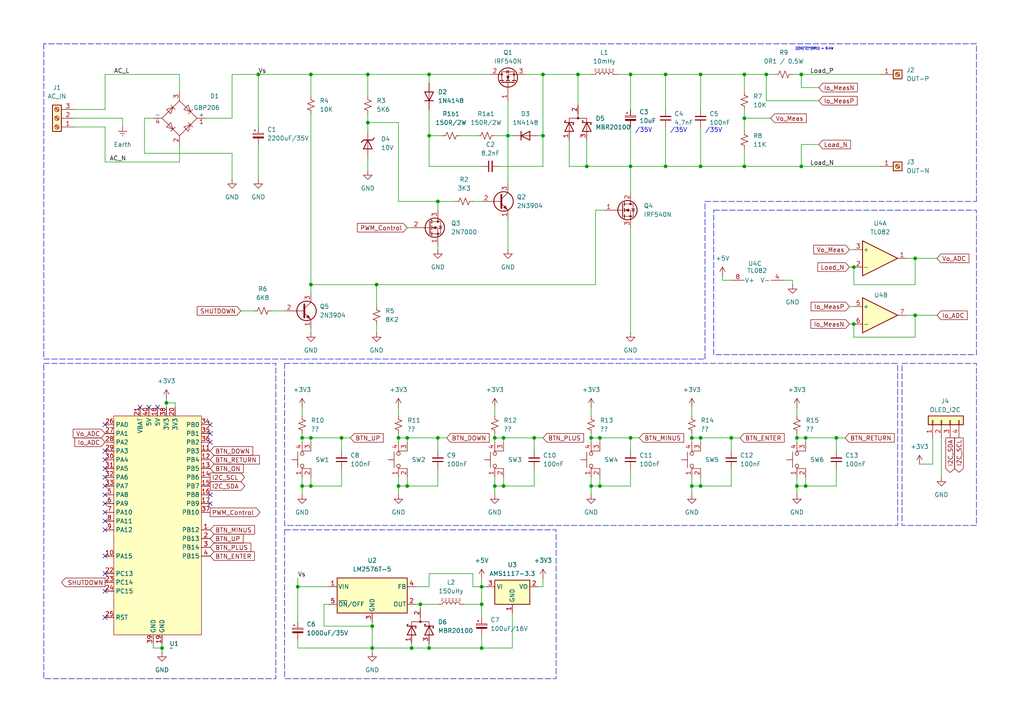
<source format=kicad_sch>
(kicad_sch (version 20250114) (generator "eeschema") (generator_version "9.0")
  (paper "A4")
  (lib_symbols
    (symbol "Amplifier_Operational:TL082" (pin_names (offset 0.127))
      (property "Reference" "U" (at 0 5.08 0))
      (property "Value" "TL082" (at 0 -5.08 0))
      (symbol "TL082_1_1"
        (pin input line (at -7.62 2.54 0) (length 2.54) (name "+") (number "3"))
        (pin input line (at -7.62 -2.54 0) (length 2.54) (name "-") (number "2"))
        (pin output line (at 7.62 0 180) (length 2.54) (name "~") (number "1"))
      )
      (symbol "TL082_2_1"
        (pin input line (at -7.62 2.54 0) (length 2.54) (name "+") (number "5"))
        (pin input line (at -7.62 -2.54 0) (length 2.54) (name "-") (number "6"))
        (pin output line (at 7.62 0 180) (length 2.54) (name "~") (number "7"))
      )
      (symbol "TL082_3_1"
        (pin power_in line (at -2.54 7.62 270) (length 3.81) (name "V+") (number "8"))
        (pin power_in line (at -2.54 -7.62 90) (length 3.81) (name "V-") (number "4"))
      )
    )
    (symbol "Connector:Screw_Terminal_01x01" (pin_names (offset 1.016) (hide yes))
      (property "Reference" "J" (at 0 2.54 0))
      (property "Value" "Screw_Terminal_01x01" (at 0 -2.54 0))
      (symbol "Screw_Terminal_01x01_1_1"
        (pin passive line (at -5.08 0 0) (length 3.81) (name "Pin_1") (number "1"))
      )
    )
    (symbol "Connector:Screw_Terminal_01x03" (pin_names (offset 1.016) (hide yes))
      (property "Reference" "J" (at 0 5.08 0))
      (property "Value" "Screw_Terminal_01x03" (at 0 -5.08 0))
      (symbol "Screw_Terminal_01x03_1_1"
        (pin passive line (at -5.08 2.54 0) (length 3.81) (name "Pin_1") (number "1"))
        (pin passive line (at -5.08 0 0) (length 3.81) (name "Pin_2") (number "2"))
        (pin passive line (at -5.08 -2.54 0) (length 3.81) (name "Pin_3") (number "3"))
      )
    )
    (symbol "Connector_Generic:Conn_01x04" (pin_names (offset 1.016) (hide yes))
      (property "Reference" "J" (at 0 5.08 0))
      (property "Value" "Conn_01x04" (at 0 -7.62 0))
      (symbol "Conn_01x04_1_1"
        (pin passive line (at -5.08 2.54 0) (length 3.81) (name "Pin_1") (number "1"))
        (pin passive line (at -5.08 0 0) (length 3.81) (name "Pin_2") (number "2"))
        (pin passive line (at -5.08 -2.54 0) (length 3.81) (name "Pin_3") (number "3"))
        (pin passive line (at -5.08 -5.08 0) (length 3.81) (name "Pin_4") (number "4"))
      )
    )
    (symbol "Device:C_Polarized_Small" (pin_numbers (hide yes)) (pin_names (offset 0.254) (hide yes))
      (property "Reference" "C" (at 0.254 1.778 0))
      (property "Value" "C_Polarized_Small" (at 0.254 -2.032 0))
      (symbol "C_Polarized_Small_1_1"
        (pin passive line (at 0 2.54 270) (length 1.8542) (name "~") (number "1"))
        (pin passive line (at 0 -2.54 90) (length 1.8542) (name "~") (number "2"))
      )
    )
    (symbol "Device:C_Small" (pin_numbers (hide yes)) (pin_names (offset 0.254) (hide yes))
      (property "Reference" "C" (at 0.254 1.778 0))
      (property "Value" "C_Small" (at 0.254 -2.032 0))
      (symbol "C_Small_1_1"
        (pin passive line (at 0 2.54 270) (length 2.032) (name "~") (number "1"))
        (pin passive line (at 0 -2.54 90) (length 2.032) (name "~") (number "2"))
      )
    )
    (symbol "Device:D_Schottky_Dual_CommonCathode_AKA_Parallel" (pin_names (offset 0.762) (hide yes))
      (property "Reference" "D" (at 0 5.08 0))
      (property "Value" "D_Schottky_Dual_CommonCathode_AKA_Parallel" (at 0 -5.08 0))
      (symbol "D_Schottky_Dual_CommonCathode_AKA_Parallel_0_1"
        (pin passive line (at -5.08 2.54 0) (length 2.54) (name "A") (number "1"))
        (pin passive line (at -5.08 -2.54 0) (length 2.54) (name "A") (number "3"))
        (pin passive line (at 5.08 0 180) (length 2.54) (name "K") (number "2"))
      )
    )
    (symbol "Device:D_Zener" (pin_numbers (hide yes)) (pin_names (offset 1.016) (hide yes))
      (property "Reference" "D2" (at -1.2701 2.54 90))
      (property "Value" "10V" (at 1.2699 2.54 90))
      (symbol "D_Zener_1_1"
        (pin passive line (at -3.81 0 0) (length 2.54) (name "K") (number "1"))
        (pin passive line (at 3.81 0 180) (length 2.54) (name "A") (number "2"))
      )
    )
    (symbol "Device:L_Ferrite" (pin_numbers (hide yes)) (pin_names (offset 1.016) (hide yes))
      (property "Reference" "L" (at -1.27 0 90))
      (property "Value" "L_Ferrite" (at 2.794 0 90))
      (symbol "L_Ferrite_1_1"
        (pin passive line (at 0 3.81 270) (length 1.27) (name "1") (number "1"))
        (pin passive line (at 0 -3.81 90) (length 1.27) (name "2") (number "2"))
      )
    )
    (symbol "Device:R_Small_US" (pin_numbers (hide yes)) (pin_names (offset 0.254) (hide yes))
      (property "Reference" "R" (at 0.762 0.508 0))
      (property "Value" "R_Small_US" (at 0.762 -1.016 0))
      (symbol "R_Small_US_1_1"
        (pin passive line (at 0 2.54 270) (length 1.016) (name "~") (number "1"))
        (pin passive line (at 0 -2.54 90) (length 1.016) (name "~") (number "2"))
      )
    )
    (symbol "Diode:1N4148" (pin_numbers (hide yes)) (pin_names (hide yes))
      (property "Reference" "D" (at 0 2.54 0))
      (property "Value" "1N4148" (at 0 -2.54 0))
      (symbol "1N4148_1_1"
        (pin passive line (at -3.81 0 0) (length 2.54) (name "K") (number "1"))
        (pin passive line (at 3.81 0 180) (length 2.54) (name "A") (number "2"))
      )
    )
    (symbol "Diode_Bridge:KBU6A" (pin_names (offset 0))
      (property "Reference" "D" (at 2.54 6.985 0))
      (property "Value" "KBU6A" (at 2.54 5.08 0))
      (symbol "KBU6A_1_1"
        (pin passive line (at -7.62 0 0) (length 2.54) (name "-") (number "4"))
        (pin passive line (at 0 7.62 270) (length 2.54) (name "~") (number "3"))
        (pin passive line (at 0 -7.62 90) (length 2.54) (name "~") (number "2"))
        (pin passive line (at 7.62 0 180) (length 2.54) (name "+") (number "1"))
      )
    )
    (symbol "Project_Library:STM32BlackPill"
      (property "Reference" "U" (at 0 0 0))
      (symbol "STM32BlackPill_1_1"
        (pin bidirectional line (at -15.24 22.86 0) (length 2.54) (name "PA0") (number "26"))
        (pin bidirectional line (at -15.24 20.32 0) (length 2.54) (name "PA1") (number "27"))
        (pin bidirectional line (at -15.24 17.78 0) (length 2.54) (name "PA2") (number "28"))
        (pin bidirectional line (at -15.24 15.24 0) (length 2.54) (name "PA3") (number "29"))
        (pin bidirectional line (at -15.24 12.7 0) (length 2.54) (name "PA4") (number "30"))
        (pin bidirectional line (at -15.24 10.16 0) (length 2.54) (name "PA5") (number "31"))
        (pin bidirectional line (at -15.24 7.62 0) (length 2.54) (name "PA6") (number "32"))
        (pin bidirectional line (at -15.24 5.08 0) (length 2.54) (name "PA7") (number "33"))
        (pin bidirectional line (at -15.24 2.54 0) (length 2.54) (name "PA8") (number "5"))
        (pin bidirectional line (at -15.24 0 0) (length 2.54) (name "PA9") (number "6"))
        (pin bidirectional line (at -15.24 -2.54 0) (length 2.54) (name "PA10") (number "7"))
        (pin bidirectional line (at -15.24 -5.08 0) (length 2.54) (name "PA11") (number "8"))
        (pin bidirectional line (at -15.24 -7.62 0) (length 2.54) (name "PA12") (number "9"))
        (pin bidirectional line (at -15.24 -15.24 0) (length 2.54) (name "PA15") (number "10"))
        (pin bidirectional line (at -15.24 -20.32 0) (length 2.54) (name "PC13") (number "22"))
        (pin bidirectional line (at -15.24 -22.86 0) (length 2.54) (name "PC14") (number "23"))
        (pin bidirectional line (at -15.24 -25.4 0) (length 2.54) (name "PC15") (number "24"))
        (pin input line (at -15.24 -33.02 0) (length 2.54) (name "RST") (number "25"))
        (pin power_in line (at -5.08 27.94 270) (length 2.54) (name "VBAT") (number "21"))
        (pin power_in line (at -2.54 27.94 270) (length 2.54) (name "5V") (number "40"))
        (pin power_out line (at -1.27 -40.64 90) (length 2.54) (name "GND") (number "39"))
        (pin power_in line (at 0 27.94 270) (length 2.54) (name "5V") (number "18"))
        (pin power_out line (at 1.27 -40.64 90) (length 2.54) (name "GND") (number "19"))
        (pin power_in line (at 2.54 27.94 270) (length 2.54) (name "3V3") (number "38"))
        (pin power_in line (at 5.08 27.94 270) (length 2.54) (name "3V3") (number "20"))
        (pin bidirectional line (at 15.24 22.86 180) (length 2.54) (name "PB0") (number "34"))
        (pin bidirectional line (at 15.24 20.32 180) (length 2.54) (name "PB1") (number "35"))
        (pin bidirectional line (at 15.24 17.78 180) (length 2.54) (name "PB2") (number "36"))
        (pin bidirectional line (at 15.24 15.24 180) (length 2.54) (name "PB3") (number "11"))
        (pin bidirectional line (at 15.24 12.7 180) (length 2.54) (name "PB4") (number "12"))
        (pin bidirectional line (at 15.24 10.16 180) (length 2.54) (name "PB5") (number "13"))
        (pin bidirectional line (at 15.24 7.62 180) (length 2.54) (name "PB6") (number "14"))
        (pin bidirectional line (at 15.24 5.08 180) (length 2.54) (name "PB7") (number "15"))
        (pin bidirectional line (at 15.24 2.54 180) (length 2.54) (name "PB8") (number "16"))
        (pin bidirectional line (at 15.24 0 180) (length 2.54) (name "PB9") (number "17"))
        (pin bidirectional line (at 15.24 -2.54 180) (length 2.54) (name "PB10") (number "37"))
        (pin bidirectional line (at 15.24 -7.62 180) (length 2.54) (name "PB12") (number "1"))
        (pin bidirectional line (at 15.24 -10.16 180) (length 2.54) (name "PB13") (number "2"))
        (pin bidirectional line (at 15.24 -12.7 180) (length 2.54) (name "PB14") (number "3"))
        (pin bidirectional line (at 15.24 -15.24 180) (length 2.54) (name "PB15") (number "4"))
      )
    )
    (symbol "Regulator_Linear:AMS1117-3.3"
      (property "Reference" "U" (at -3.81 3.175 0))
      (property "Value" "AMS1117-3.3" (at 0 3.175 0))
      (symbol "AMS1117-3.3_1_1"
        (pin power_in line (at -7.62 0 0) (length 2.54) (name "VI") (number "3"))
        (pin power_in line (at 0 -7.62 90) (length 2.54) (name "GND") (number "1"))
        (pin power_out line (at 7.62 0 180) (length 2.54) (name "VO") (number "2"))
      )
    )
    (symbol "Regulator_Switching:LM2576T-5" (pin_names (offset 0.254))
      (property "Reference" "U" (at -10.16 6.35 0))
      (property "Value" "LM2576T-5" (at 0 6.35 0))
      (symbol "LM2576T-5_1_1"
        (pin power_in line (at -12.7 2.54 0) (length 2.54) (name "VIN") (number "1"))
        (pin input line (at -12.7 -2.54 0) (length 2.54) (name "~{ON}/OFF") (number "5"))
        (pin power_in line (at 0 -7.62 90) (length 2.54) (name "GND") (number "3"))
        (pin input line (at 12.7 2.54 180) (length 2.54) (name "FB") (number "4"))
        (pin output line (at 12.7 -2.54 180) (length 2.54) (name "OUT") (number "2"))
      )
    )
    (symbol "Switch:SW_MEC_5E" (pin_names (offset 1.016) (hide yes))
      (property "Reference" "SW" (at 0.635 5.715 0))
      (property "Value" "SW_MEC_5E" (at 0 -3.175 0))
      (symbol "SW_MEC_5E_0_1"
        (pin passive line (at -5.08 2.54 0) (length 2.54) (name "1") (number "1"))
        (pin passive line (at -5.08 0 0) (length 2.54) (name "2") (number "2"))
        (pin passive line (at 5.08 2.54 180) (length 2.54) (name "A") (number "4"))
        (pin passive line (at 5.08 0 180) (length 2.54) (name "K") (number "3"))
      )
    )
    (symbol "Transistor_BJT:2N3904" (pin_names (offset 0) (hide yes))
      (property "Reference" "Q" (at 5.08 1.905 0))
      (property "Value" "2N3904" (at 5.08 0 0))
      (symbol "2N3904_1_1"
        (pin input line (at -5.08 0 0) (length 2.54) (name "B") (number "2"))
        (pin passive line (at 2.54 5.08 270) (length 2.54) (name "C") (number "3"))
        (pin passive line (at 2.54 -5.08 90) (length 2.54) (name "E") (number "1"))
      )
    )
    (symbol "Transistor_FET:2N7000" (pin_names (hide yes))
      (property "Reference" "Q" (at 5.08 1.905 0))
      (property "Value" "2N7000" (at 5.08 0 0))
      (symbol "2N7000_1_1"
        (pin input line (at -5.08 0 0) (length 2.54) (name "G") (number "2"))
        (pin passive line (at 2.54 5.08 270) (length 2.54) (name "D") (number "3"))
        (pin passive line (at 2.54 -5.08 90) (length 2.54) (name "S") (number "1"))
      )
    )
    (symbol "Transistor_FET:IRF540N" (pin_names (hide yes))
      (property "Reference" "Q" (at 5.08 1.905 0))
      (property "Value" "IRF540N" (at 5.08 0 0))
      (symbol "IRF540N_1_1"
        (pin input line (at -5.08 0 0) (length 2.54) (name "G") (number "1"))
        (pin passive line (at 2.54 5.08 270) (length 2.54) (name "D") (number "2"))
        (pin passive line (at 2.54 -5.08 90) (length 2.54) (name "S") (number "3"))
      )
    )
    (symbol "power:+3V3" (power) (pin_numbers (hide yes)) (pin_names (offset 0) (hide yes))
      (property "Value" "+3V3" (at 0 3.556 0))
      (symbol "+3V3_1_1"
        (pin power_in line (at 0 0 90) (length 0) (name "~") (number "1"))
      )
    )
    (symbol "power:+5V" (power) (pin_numbers (hide yes)) (pin_names (offset 0) (hide yes))
      (property "Value" "+5V" (at 0 3.556 0))
      (symbol "+5V_1_1"
        (pin power_in line (at 0 0 90) (length 0) (name "~") (number "1"))
      )
    )
    (symbol "power:Earth" (power) (pin_numbers (hide yes)) (pin_names (offset 0) (hide yes))
      (property "Value" "Earth" (at 0 -3.81 0))
      (symbol "Earth_1_1"
        (pin power_in line (at 0 0 270) (length 0) (name "~") (number "1"))
      )
    )
    (symbol "power:GND" (power) (pin_numbers (hide yes)) (pin_names (offset 0) (hide yes))
      (property "Value" "GND" (at 0 -3.81 0))
      (symbol "GND_1_1"
        (pin power_in line (at 0 0 270) (length 0) (name "~") (number "1"))
      )
    )
  )
  (rectangle (start 82.55 153.67) (end 161.29 196.85) (stroke (width 0) (type dash)))
  (rectangle (start 82.55 105.41) (end 260.35 152.4) (stroke (width 0) (type dash)))
  (rectangle (start 261.62 105.41) (end 283.21 152.4) (stroke (width 0) (type dash)))
  (rectangle (start 207.01 60.96) (end 283.21 102.87) (stroke (width 0) (type dash)))
  (rectangle (start 12.7 105.41) (end 80.01 196.85) (stroke (width 0) (type dash)))
  (text "/35V" (at 196.85 37.846 0) (effects (font (size 1.27 1.27))))
  (text "/35V" (at 186.69 37.846 0) (effects (font (size 1.27 1.27))))
  (text "/35V" (at 207.01 37.846 0) (effects (font (size 1.27 1.27))))
  (text "[(2A)^2]*(0R1) = 0.4W" (at 236.22 14.224 0) (effects (font (size 0.635 0.635))))
  (junction (at 87.63 127))
  (junction (at 139.7 170.18))
  (junction (at 167.64 21.59))
  (junction (at 87.63 140.97))
  (junction (at 200.66 127))
  (junction (at 215.9 48.26))
  (junction (at 173.99 127))
  (junction (at 157.48 39.37))
  (junction (at 74.93 21.59))
  (junction (at 171.45 140.97))
  (junction (at 182.88 21.59))
  (junction (at 115.57 127))
  (junction (at 99.06 127))
  (junction (at 143.51 127))
  (junction (at 215.9 21.59))
  (junction (at 242.57 127))
  (junction (at 157.48 21.59))
  (junction (at 127 127))
  (junction (at 109.22 82.55))
  (junction (at 182.88 127))
  (junction (at 107.95 187.96))
  (junction (at 139.7 187.96))
  (junction (at 118.11 140.97))
  (junction (at 90.17 21.59))
  (junction (at 203.2 48.26))
  (junction (at 247.65 93.98))
  (junction (at 48.26 116.84))
  (junction (at 232.41 21.59))
  (junction (at 118.11 127))
  (junction (at 265.43 74.93))
  (junction (at 90.17 127))
  (junction (at 265.43 91.44))
  (junction (at 232.41 48.26))
  (junction (at 193.04 21.59))
  (junction (at 119.38 187.96))
  (junction (at 247.65 77.47))
  (junction (at 233.68 127))
  (junction (at 231.14 127))
  (junction (at 46.99 187.96))
  (junction (at 222.25 21.59))
  (junction (at 203.2 140.97))
  (junction (at 107.95 181.61))
  (junction (at 106.68 35.56))
  (junction (at 106.68 21.59))
  (junction (at 173.99 140.97))
  (junction (at 171.45 127))
  (junction (at 170.18 48.26))
  (junction (at 124.46 39.37))
  (junction (at 182.88 48.26))
  (junction (at 146.05 127))
  (junction (at 124.46 187.96))
  (junction (at 203.2 21.59))
  (junction (at 90.17 140.97))
  (junction (at 90.17 82.55))
  (junction (at 115.57 140.97))
  (junction (at 212.09 127))
  (junction (at 146.05 140.97))
  (junction (at 193.04 48.26))
  (junction (at 86.36 170.18))
  (junction (at 139.7 175.26))
  (junction (at 127 58.42))
  (junction (at 143.51 140.97))
  (junction (at 154.94 127))
  (junction (at 215.9 34.29))
  (junction (at 231.14 140.97))
  (junction (at 124.46 21.59))
  (junction (at 200.66 140.97))
  (junction (at 121.92 175.26))
  (junction (at 203.2 127))
  (junction (at 233.68 140.97))
  (junction (at 147.32 39.37))
  (no_connect (at 60.96 128.27))
  (no_connect (at 60.96 123.19))
  (no_connect (at 30.48 153.67))
  (no_connect (at 30.48 166.37))
  (no_connect (at 60.96 146.05))
  (no_connect (at 30.48 161.29))
  (no_connect (at 30.48 151.13))
  (no_connect (at 30.48 146.05))
  (no_connect (at 30.48 143.51))
  (no_connect (at 30.48 140.97))
  (no_connect (at 45.72 118.11))
  (no_connect (at 43.18 118.11))
  (no_connect (at 30.48 135.89))
  (no_connect (at 60.96 125.73))
  (no_connect (at 30.48 179.07))
  (no_connect (at 60.96 143.51))
  (no_connect (at 30.48 171.45))
  (no_connect (at 30.48 148.59))
  (no_connect (at 30.48 133.35))
  (no_connect (at 40.64 118.11))
  (no_connect (at 30.48 130.81))
  (no_connect (at 30.48 138.43))
  (no_connect (at 30.48 123.19))
  (wire (pts (xy 146.05 140.97) (xy 146.05 138.43)))
  (wire (pts (xy 67.31 21.59) (xy 74.93 21.59)))
  (wire (pts (xy 273.05 138.43) (xy 273.05 127)))
  (wire (pts (xy 147.32 39.37) (xy 147.32 53.34)))
  (wire (pts (xy 139.7 170.18) (xy 139.7 175.26)))
  (wire (pts (xy 157.48 21.59) (xy 167.64 21.59)))
  (wire (pts (xy 107.95 187.96) (xy 107.95 189.23)))
  (wire (pts (xy 246.38 88.9) (xy 247.65 88.9)))
  (wire (pts (xy 170.18 48.26) (xy 182.88 48.26)))
  (wire (pts (xy 233.68 127) (xy 231.14 127)))
  (wire (pts (xy 41.91 34.29) (xy 41.91 44.45)))
  (wire (pts (xy 127 127) (xy 127 130.81)))
  (wire (pts (xy 127 71.12) (xy 127 72.39)))
  (wire (pts (xy 157.48 170.18) (xy 156.21 170.18)))
  (polyline (pts (xy 283.21 12.7) (xy 12.7 12.7)) (stroke (width 0) (type dash)))
  (wire (pts (xy 232.41 48.26) (xy 255.27 48.26)))
  (wire (pts (xy 115.57 125.73) (xy 115.57 127)))
  (wire (pts (xy 118.11 127) (xy 127 127)))
  (wire (pts (xy 59.69 34.29) (xy 67.31 34.29)))
  (wire (pts (xy 200.66 140.97) (xy 200.66 143.51)))
  (wire (pts (xy 52.07 46.99) (xy 52.07 41.91)))
  (wire (pts (xy 35.56 36.83) (xy 35.56 34.29)))
  (wire (pts (xy 242.57 127) (xy 242.57 130.81)))
  (wire (pts (xy 107.95 180.34) (xy 107.95 181.61)))
  (wire (pts (xy 139.7 175.26) (xy 139.7 179.07)))
  (wire (pts (xy 90.17 21.59) (xy 90.17 27.94)))
  (wire (pts (xy 30.48 36.83) (xy 30.48 46.99)))
  (wire (pts (xy 200.66 127) (xy 200.66 128.27)))
  (wire (pts (xy 237.49 25.4) (xy 232.41 25.4)))
  (wire (pts (xy 30.48 31.75) (xy 30.48 21.59)))
  (wire (pts (xy 41.91 44.45) (xy 67.31 44.45)))
  (wire (pts (xy 171.45 140.97) (xy 173.99 140.97)))
  (wire (pts (xy 182.88 127) (xy 182.88 130.81)))
  (wire (pts (xy 222.25 29.21) (xy 222.25 21.59)))
  (wire (pts (xy 48.26 116.84) (xy 48.26 118.11)))
  (wire (pts (xy 222.25 21.59) (xy 224.79 21.59)))
  (wire (pts (xy 106.68 35.56) (xy 115.57 35.56)))
  (wire (pts (xy 209.55 80.01) (xy 209.55 81.28)))
  (wire (pts (xy 115.57 127) (xy 115.57 128.27)))
  (wire (pts (xy 87.63 125.73) (xy 87.63 127)))
  (wire (pts (xy 173.99 140.97) (xy 173.99 138.43)))
  (polyline (pts (xy 204.47 104.14) (xy 204.47 58.42)) (stroke (width 0) (type dash)))
  (wire (pts (xy 148.59 177.8) (xy 148.59 187.96)))
  (wire (pts (xy 137.16 58.42) (xy 139.7 58.42)))
  (polyline (pts (xy 283.21 58.42) (xy 283.21 12.7)) (stroke (width 0) (type dash)))
  (wire (pts (xy 171.45 118.11) (xy 171.45 120.65)))
  (wire (pts (xy 215.9 21.59) (xy 222.25 21.59)))
  (wire (pts (xy 157.48 21.59) (xy 152.4 21.59)))
  (wire (pts (xy 193.04 36.83) (xy 193.04 48.26)))
  (wire (pts (xy 212.09 127) (xy 212.09 130.81)))
  (wire (pts (xy 143.51 39.37) (xy 147.32 39.37)))
  (wire (pts (xy 266.7 134.62) (xy 270.51 134.62)))
  (wire (pts (xy 147.32 39.37) (xy 148.59 39.37)))
  (wire (pts (xy 237.49 29.21) (xy 222.25 29.21)))
  (wire (pts (xy 231.14 118.11) (xy 231.14 120.65)))
  (wire (pts (xy 203.2 48.26) (xy 215.9 48.26)))
  (wire (pts (xy 90.17 82.55) (xy 109.22 82.55)))
  (wire (pts (xy 121.92 176.53) (xy 121.92 175.26)))
  (wire (pts (xy 86.36 167.64) (xy 86.36 170.18)))
  (wire (pts (xy 146.05 127) (xy 154.94 127)))
  (wire (pts (xy 86.36 170.18) (xy 86.36 180.34)))
  (wire (pts (xy 124.46 21.59) (xy 124.46 24.13)))
  (wire (pts (xy 118.11 140.97) (xy 118.11 138.43)))
  (wire (pts (xy 146.05 128.27) (xy 146.05 127)))
  (wire (pts (xy 193.04 21.59) (xy 193.04 31.75)))
  (wire (pts (xy 124.46 170.18) (xy 124.46 166.37)))
  (wire (pts (xy 265.43 91.44) (xy 262.89 91.44)))
  (wire (pts (xy 200.66 138.43) (xy 200.66 140.97)))
  (wire (pts (xy 154.94 135.89) (xy 154.94 140.97)))
  (wire (pts (xy 118.11 128.27) (xy 118.11 127)))
  (wire (pts (xy 167.64 21.59) (xy 171.45 21.59)))
  (wire (pts (xy 232.41 25.4) (xy 232.41 21.59)))
  (wire (pts (xy 143.51 127) (xy 143.51 128.27)))
  (wire (pts (xy 124.46 31.75) (xy 124.46 39.37)))
  (wire (pts (xy 246.38 93.98) (xy 247.65 93.98)))
  (wire (pts (xy 193.04 21.59) (xy 203.2 21.59)))
  (wire (pts (xy 144.78 48.26) (xy 157.48 48.26)))
  (wire (pts (xy 99.06 127) (xy 101.6 127)))
  (wire (pts (xy 67.31 44.45) (xy 67.31 52.07)))
  (wire (pts (xy 121.92 175.26) (xy 120.65 175.26)))
  (wire (pts (xy 212.09 127) (xy 214.63 127)))
  (wire (pts (xy 99.06 135.89) (xy 99.06 140.97)))
  (wire (pts (xy 106.68 45.72) (xy 106.68 49.53)))
  (wire (pts (xy 209.55 81.28) (xy 212.09 81.28)))
  (wire (pts (xy 172.72 60.96) (xy 175.26 60.96)))
  (wire (pts (xy 271.78 74.93) (xy 265.43 74.93)))
  (wire (pts (xy 165.1 40.64) (xy 165.1 48.26)))
  (wire (pts (xy 231.14 125.73) (xy 231.14 127)))
  (wire (pts (xy 21.59 36.83) (xy 30.48 36.83)))
  (wire (pts (xy 127 60.96) (xy 127 58.42)))
  (wire (pts (xy 87.63 118.11) (xy 87.63 120.65)))
  (wire (pts (xy 109.22 82.55) (xy 172.72 82.55)))
  (wire (pts (xy 182.88 127) (xy 185.42 127)))
  (wire (pts (xy 200.66 140.97) (xy 203.2 140.97)))
  (wire (pts (xy 172.72 82.55) (xy 172.72 60.96)))
  (wire (pts (xy 115.57 35.56) (xy 115.57 58.42)))
  (wire (pts (xy 124.46 187.96) (xy 139.7 187.96)))
  (wire (pts (xy 154.94 140.97) (xy 146.05 140.97)))
  (wire (pts (xy 134.62 175.26) (xy 139.7 175.26)))
  (wire (pts (xy 120.65 170.18) (xy 124.46 170.18)))
  (wire (pts (xy 171.45 127) (xy 171.45 128.27)))
  (wire (pts (xy 231.14 140.97) (xy 233.68 140.97)))
  (wire (pts (xy 231.14 127) (xy 231.14 128.27)))
  (wire (pts (xy 182.88 140.97) (xy 173.99 140.97)))
  (wire (pts (xy 115.57 138.43) (xy 115.57 140.97)))
  (wire (pts (xy 124.46 166.37) (xy 137.16 166.37)))
  (wire (pts (xy 139.7 184.15) (xy 139.7 187.96)))
  (wire (pts (xy 170.18 40.64) (xy 170.18 48.26)))
  (wire (pts (xy 265.43 74.93) (xy 265.43 82.55)))
  (wire (pts (xy 87.63 127) (xy 87.63 128.27)))
  (wire (pts (xy 203.2 140.97) (xy 203.2 138.43)))
  (wire (pts (xy 87.63 140.97) (xy 90.17 140.97)))
  (wire (pts (xy 30.48 21.59) (xy 52.07 21.59)))
  (wire (pts (xy 99.06 127) (xy 99.06 130.81)))
  (wire (pts (xy 115.57 140.97) (xy 115.57 143.51)))
  (wire (pts (xy 246.38 72.39) (xy 247.65 72.39)))
  (wire (pts (xy 90.17 128.27) (xy 90.17 127)))
  (wire (pts (xy 74.93 21.59) (xy 90.17 21.59)))
  (wire (pts (xy 229.87 82.55) (xy 229.87 81.28)))
  (wire (pts (xy 203.2 127) (xy 212.09 127)))
  (wire (pts (xy 233.68 128.27) (xy 233.68 127)))
  (wire (pts (xy 146.05 127) (xy 143.51 127)))
  (wire (pts (xy 124.46 21.59) (xy 142.24 21.59)))
  (wire (pts (xy 107.95 187.96) (xy 119.38 187.96)))
  (wire (pts (xy 143.51 140.97) (xy 146.05 140.97)))
  (wire (pts (xy 171.45 125.73) (xy 171.45 127)))
  (wire (pts (xy 232.41 41.91) (xy 232.41 48.26)))
  (wire (pts (xy 99.06 140.97) (xy 90.17 140.97)))
  (wire (pts (xy 157.48 167.64) (xy 157.48 170.18)))
  (wire (pts (xy 173.99 128.27) (xy 173.99 127)))
  (wire (pts (xy 156.21 39.37) (xy 157.48 39.37)))
  (wire (pts (xy 242.57 127) (xy 245.11 127)))
  (wire (pts (xy 231.14 138.43) (xy 231.14 140.97)))
  (wire (pts (xy 115.57 118.11) (xy 115.57 120.65)))
  (wire (pts (xy 215.9 34.29) (xy 223.52 34.29)))
  (wire (pts (xy 215.9 43.18) (xy 215.9 48.26)))
  (wire (pts (xy 179.07 21.59) (xy 182.88 21.59)))
  (wire (pts (xy 118.11 127) (xy 115.57 127)))
  (wire (pts (xy 127 140.97) (xy 118.11 140.97)))
  (wire (pts (xy 203.2 127) (xy 200.66 127)))
  (wire (pts (xy 143.51 125.73) (xy 143.51 127)))
  (wire (pts (xy 242.57 135.89) (xy 242.57 140.97)))
  (wire (pts (xy 265.43 91.44) (xy 271.78 91.44)))
  (wire (pts (xy 154.94 127) (xy 157.48 127)))
  (wire (pts (xy 157.48 48.26) (xy 157.48 39.37)))
  (wire (pts (xy 46.99 187.96) (xy 44.45 187.96)))
  (wire (pts (xy 124.46 48.26) (xy 139.7 48.26)))
  (wire (pts (xy 167.64 30.48) (xy 167.64 21.59)))
  (wire (pts (xy 119.38 186.69) (xy 119.38 187.96)))
  (wire (pts (xy 44.45 34.29) (xy 41.91 34.29)))
  (wire (pts (xy 215.9 31.75) (xy 215.9 34.29)))
  (wire (pts (xy 21.59 31.75) (xy 30.48 31.75)))
  (wire (pts (xy 233.68 127) (xy 242.57 127)))
  (polyline (pts (xy 204.47 58.42) (xy 283.21 58.42)) (stroke (width 0) (type dash)))
  (wire (pts (xy 124.46 48.26) (xy 124.46 39.37)))
  (wire (pts (xy 106.68 21.59) (xy 106.68 27.94)))
  (wire (pts (xy 137.16 166.37) (xy 137.16 170.18)))
  (wire (pts (xy 106.68 33.02) (xy 106.68 35.56)))
  (wire (pts (xy 139.7 167.64) (xy 139.7 170.18)))
  (wire (pts (xy 90.17 127) (xy 87.63 127)))
  (wire (pts (xy 48.26 116.84) (xy 50.8 116.84)))
  (wire (pts (xy 86.36 187.96) (xy 107.95 187.96)))
  (wire (pts (xy 74.93 41.91) (xy 74.93 52.07)))
  (wire (pts (xy 69.85 90.17) (xy 73.66 90.17)))
  (wire (pts (xy 200.66 118.11) (xy 200.66 120.65)))
  (wire (pts (xy 143.51 138.43) (xy 143.51 140.97)))
  (wire (pts (xy 78.74 90.17) (xy 82.55 90.17)))
  (wire (pts (xy 265.43 97.79) (xy 265.43 91.44)))
  (wire (pts (xy 86.36 170.18) (xy 95.25 170.18)))
  (wire (pts (xy 203.2 36.83) (xy 203.2 48.26)))
  (wire (pts (xy 182.88 48.26) (xy 182.88 55.88)))
  (wire (pts (xy 139.7 170.18) (xy 140.97 170.18)))
  (wire (pts (xy 119.38 187.96) (xy 124.46 187.96)))
  (wire (pts (xy 67.31 34.29) (xy 67.31 21.59)))
  (wire (pts (xy 93.98 181.61) (xy 107.95 181.61)))
  (wire (pts (xy 109.22 82.55) (xy 109.22 88.9)))
  (wire (pts (xy 193.04 48.26) (xy 203.2 48.26)))
  (wire (pts (xy 106.68 35.56) (xy 106.68 38.1)))
  (wire (pts (xy 182.88 135.89) (xy 182.88 140.97)))
  (wire (pts (xy 143.51 140.97) (xy 143.51 143.51)))
  (wire (pts (xy 109.22 93.98) (xy 109.22 96.52)))
  (wire (pts (xy 48.26 115.57) (xy 48.26 116.84)))
  (wire (pts (xy 231.14 140.97) (xy 231.14 143.51)))
  (wire (pts (xy 212.09 140.97) (xy 203.2 140.97)))
  (wire (pts (xy 229.87 21.59) (xy 232.41 21.59)))
  (wire (pts (xy 212.09 135.89) (xy 212.09 140.97)))
  (polyline (pts (xy 12.7 104.14) (xy 204.47 104.14)) (stroke (width 0) (type dash)))
  (wire (pts (xy 143.51 118.11) (xy 143.51 120.65)))
  (wire (pts (xy 232.41 21.59) (xy 255.27 21.59)))
  (wire (pts (xy 247.65 82.55) (xy 265.43 82.55)))
  (wire (pts (xy 182.88 48.26) (xy 193.04 48.26)))
  (wire (pts (xy 90.17 33.02) (xy 90.17 82.55)))
  (wire (pts (xy 93.98 175.26) (xy 93.98 181.61)))
  (wire (pts (xy 262.89 74.93) (xy 265.43 74.93)))
  (wire (pts (xy 46.99 186.69) (xy 46.99 187.96)))
  (wire (pts (xy 139.7 187.96) (xy 148.59 187.96)))
  (wire (pts (xy 118.11 66.04) (xy 119.38 66.04)))
  (wire (pts (xy 124.46 39.37) (xy 128.27 39.37)))
  (wire (pts (xy 127 135.89) (xy 127 140.97)))
  (wire (pts (xy 165.1 48.26) (xy 170.18 48.26)))
  (wire (pts (xy 124.46 186.69) (xy 124.46 187.96)))
  (wire (pts (xy 115.57 140.97) (xy 118.11 140.97)))
  (wire (pts (xy 90.17 140.97) (xy 90.17 138.43)))
  (wire (pts (xy 200.66 125.73) (xy 200.66 127)))
  (wire (pts (xy 215.9 21.59) (xy 215.9 26.67)))
  (wire (pts (xy 90.17 82.55) (xy 90.17 85.09)))
  (wire (pts (xy 182.88 21.59) (xy 193.04 21.59)))
  (wire (pts (xy 137.16 170.18) (xy 139.7 170.18)))
  (wire (pts (xy 74.93 21.59) (xy 74.93 36.83)))
  (wire (pts (xy 182.88 48.26) (xy 182.88 36.83)))
  (wire (pts (xy 147.32 39.37) (xy 147.32 29.21)))
  (wire (pts (xy 35.56 34.29) (xy 21.59 34.29)))
  (wire (pts (xy 90.17 95.25) (xy 90.17 96.52)))
  (wire (pts (xy 215.9 48.26) (xy 232.41 48.26)))
  (wire (pts (xy 30.48 46.99) (xy 52.07 46.99)))
  (wire (pts (xy 203.2 21.59) (xy 215.9 21.59)))
  (wire (pts (xy 173.99 127) (xy 182.88 127)))
  (wire (pts (xy 229.87 81.28) (xy 227.33 81.28)))
  (wire (pts (xy 157.48 39.37) (xy 157.48 21.59)))
  (wire (pts (xy 133.35 39.37) (xy 138.43 39.37)))
  (wire (pts (xy 154.94 127) (xy 154.94 130.81)))
  (wire (pts (xy 182.88 31.75) (xy 182.88 21.59)))
  (wire (pts (xy 52.07 21.59) (xy 52.07 26.67)))
  (wire (pts (xy 107.95 181.61) (xy 107.95 187.96)))
  (wire (pts (xy 173.99 127) (xy 171.45 127)))
  (wire (pts (xy 87.63 138.43) (xy 87.63 140.97)))
  (wire (pts (xy 121.92 175.26) (xy 127 175.26)))
  (wire (pts (xy 171.45 138.43) (xy 171.45 140.97)))
  (wire (pts (xy 247.65 77.47) (xy 247.65 82.55)))
  (polyline (pts (xy 12.7 12.7) (xy 12.7 104.14)) (stroke (width 0) (type dash)))
  (wire (pts (xy 106.68 21.59) (xy 124.46 21.59)))
  (wire (pts (xy 270.51 134.62) (xy 270.51 127)))
  (wire (pts (xy 115.57 58.42) (xy 127 58.42)))
  (wire (pts (xy 90.17 127) (xy 99.06 127)))
  (wire (pts (xy 87.63 140.97) (xy 87.63 143.51)))
  (wire (pts (xy 90.17 21.59) (xy 106.68 21.59)))
  (wire (pts (xy 215.9 34.29) (xy 215.9 38.1)))
  (wire (pts (xy 171.45 140.97) (xy 171.45 143.51)))
  (wire (pts (xy 237.49 41.91) (xy 232.41 41.91)))
  (wire (pts (xy 203.2 128.27) (xy 203.2 127)))
  (wire (pts (xy 246.38 77.47) (xy 247.65 77.47)))
  (wire (pts (xy 233.68 140.97) (xy 233.68 138.43)))
  (wire (pts (xy 182.88 66.04) (xy 182.88 96.52)))
  (wire (pts (xy 127 127) (xy 129.54 127)))
  (wire (pts (xy 44.45 187.96) (xy 44.45 186.69)))
  (wire (pts (xy 127 58.42) (xy 132.08 58.42)))
  (wire (pts (xy 50.8 116.84) (xy 50.8 118.11)))
  (wire (pts (xy 46.99 187.96) (xy 46.99 189.23)))
  (wire (pts (xy 147.32 63.5) (xy 147.32 72.39)))
  (wire (pts (xy 247.65 97.79) (xy 265.43 97.79)))
  (wire (pts (xy 247.65 93.98) (xy 247.65 97.79)))
  (wire (pts (xy 86.36 185.42) (xy 86.36 187.96)))
  (wire (pts (xy 93.98 175.26) (xy 95.25 175.26)))
  (wire (pts (xy 242.57 140.97) (xy 233.68 140.97)))
  (wire (pts (xy 203.2 21.59) (xy 203.2 31.75)))
  (label "AC_L" (at 33.02 21.59 0))
  (label "AC_N" (at 31.75 46.99 0))
  (label "Vs" (at 74.93 21.59 0))
  (label "Load_P" (at 234.95 21.59 0))
  (label "Load_N" (at 234.95 48.26 0))
  (label "Vs" (at 86.36 167.64 0))
  (global_label "SHUTDOWN" (shape output) (at 30.48 168.91 180) (property "Intersheetrefs" "${INTERSHEET_REFS}" (effects (hide yes))))
  (global_label "I2C_SCL" (shape output) (at 60.96 138.43 0) (property "Intersheetrefs" "${INTERSHEET_REFS}" (effects (hide yes))))
  (global_label "BTN_PLUS" (shape input) (at 60.96 158.75 0) (property "Intersheetrefs" "${INTERSHEET_REFS}" (effects (hide yes))))
  (global_label "Vo_Meas" (shape input) (at 223.52 34.29 0) (property "Intersheetrefs" "${INTERSHEET_REFS}" (effects (hide yes))))
  (global_label "SHUTDOWN" (shape input) (at 69.85 90.17 180) (property "Intersheetrefs" "${INTERSHEET_REFS}" (effects (hide yes))))
  (global_label "Io_ADC" (shape input) (at 30.48 128.27 180) (property "Intersheetrefs" "${INTERSHEET_REFS}" (effects (hide yes))))
  (global_label "Vo_ADC" (shape input) (at 271.78 74.93 0) (property "Intersheetrefs" "${INTERSHEET_REFS}" (effects (hide yes))))
  (global_label "Io_MeasP" (shape input) (at 246.38 88.9 180) (property "Intersheetrefs" "${INTERSHEET_REFS}" (effects (hide yes))))
  (global_label "Load_N" (shape input) (at 237.49 41.91 0) (property "Intersheetrefs" "${INTERSHEET_REFS}" (effects (hide yes))))
  (global_label "BTN_DOWN" (shape input) (at 129.54 127 0) (property "Intersheetrefs" "${INTERSHEET_REFS}" (effects (hide yes))))
  (global_label "I2C_SCL" (shape output) (at 278.13 127 270) (property "Intersheetrefs" "${INTERSHEET_REFS}" (effects (hide yes))))
  (global_label "Io_MeasP" (shape input) (at 237.49 29.21 0) (property "Intersheetrefs" "${INTERSHEET_REFS}" (effects (hide yes))))
  (global_label "BTN_MINUS" (shape input) (at 185.42 127 0) (property "Intersheetrefs" "${INTERSHEET_REFS}" (effects (hide yes))))
  (global_label "BTN_RETURN" (shape input) (at 60.96 133.35 0) (property "Intersheetrefs" "${INTERSHEET_REFS}" (effects (hide yes))))
  (global_label "BTN_UP" (shape input) (at 101.6 127 0) (property "Intersheetrefs" "${INTERSHEET_REFS}" (effects (hide yes))))
  (global_label "I2C_SDA" (shape output) (at 275.59 127 270) (property "Intersheetrefs" "${INTERSHEET_REFS}" (effects (hide yes))))
  (global_label "Vo_ADC" (shape input) (at 30.48 125.73 180) (property "Intersheetrefs" "${INTERSHEET_REFS}" (effects (hide yes))))
  (global_label "I2C_SDA" (shape output) (at 60.96 140.97 0) (property "Intersheetrefs" "${INTERSHEET_REFS}" (effects (hide yes))))
  (global_label "BTN_ENTER" (shape input) (at 60.96 161.29 0) (property "Intersheetrefs" "${INTERSHEET_REFS}" (effects (hide yes))))
  (global_label "BTN_PLUS" (shape input) (at 157.48 127 0) (property "Intersheetrefs" "${INTERSHEET_REFS}" (effects (hide yes))))
  (global_label "BTN_MINUS" (shape input) (at 60.96 153.67 0) (property "Intersheetrefs" "${INTERSHEET_REFS}" (effects (hide yes))))
  (global_label "Vo_Meas" (shape input) (at 246.38 72.39 180) (property "Intersheetrefs" "${INTERSHEET_REFS}" (effects (hide yes))))
  (global_label "PWM_Control" (shape input) (at 118.11 66.04 180) (property "Intersheetrefs" "${INTERSHEET_REFS}" (effects (hide yes))))
  (global_label "BTN_RETURN" (shape input) (at 245.11 127 0) (property "Intersheetrefs" "${INTERSHEET_REFS}" (effects (hide yes))))
  (global_label "BTN_DOWN" (shape input) (at 60.96 130.81 0) (property "Intersheetrefs" "${INTERSHEET_REFS}" (effects (hide yes))))
  (global_label "Io_MeasN" (shape input) (at 237.49 25.4 0) (property "Intersheetrefs" "${INTERSHEET_REFS}" (effects (hide yes))))
  (global_label "Io_MeasN" (shape input) (at 246.38 93.98 180) (property "Intersheetrefs" "${INTERSHEET_REFS}" (effects (hide yes))))
  (global_label "BTN_ENTER" (shape input) (at 214.63 127 0) (property "Intersheetrefs" "${INTERSHEET_REFS}" (effects (hide yes))))
  (global_label "BTN_ON" (shape input) (at 60.96 135.89 0) (property "Intersheetrefs" "${INTERSHEET_REFS}" (effects (hide yes))))
  (global_label "PWM_Control" (shape output) (at 60.96 148.59 0) (property "Intersheetrefs" "${INTERSHEET_REFS}" (effects (hide yes))))
  (global_label "BTN_UP" (shape input) (at 60.96 156.21 0) (property "Intersheetrefs" "${INTERSHEET_REFS}" (effects (hide yes))))
  (global_label "Io_ADC" (shape input) (at 271.78 91.44 0) (property "Intersheetrefs" "${INTERSHEET_REFS}" (effects (hide yes))))
  (global_label "Load_N" (shape input) (at 246.38 77.47 180) (property "Intersheetrefs" "${INTERSHEET_REFS}" (effects (hide yes))))
  (symbol (lib_id "power:+3V3") (at 231.14 118.11 0) (unit 1)
    (property "Reference" "#PWR018" (effects (hide yes)))
    (property "Value" "+3V3" (at 231.14 113.03 0))
    (property "Description" "Power symbol creates a global label with name \"+3V3\"" (effects (hide yes)))
  )
  (symbol (lib_id "power:Earth") (at 35.56 36.83 0) (unit 1)
    (property "Reference" "#PWR01" (effects (hide yes)))
    (property "Value" "Earth" (at 35.56 41.91 0))
    (property "Description" "Power symbol creates a global label with name \"Earth\"" (effects (hide yes)))
  )
  (symbol (lib_id "Project_Library:STM32BlackPill") (at 45.72 146.05 0) (unit 1)
    (property "Reference" "U1" (at 49.1333 186.69 0) (effects (justify left)))
    (property "Value" "~" (at 49.1333 187.96 0) (effects (justify left)))
    (property "Footprint" "STM32:STM32BlackPill" (effects (hide yes)))
    (property "Description" "STM32BlackPill" (effects (hide yes)))
  )
  (symbol (lib_id "power:GND") (at 273.05 138.43 0) (unit 1)
    (property "Reference" "#PWR020" (effects (hide yes)))
    (property "Value" "GND" (at 273.05 143.51 0))
    (property "Description" "Power symbol creates a global label with name \"GND\" , ground" (effects (hide yes)))
  )
  (symbol (lib_id "power:GND") (at 87.63 143.51 0) (unit 1)
    (property "Reference" "#PWR021" (effects (hide yes)))
    (property "Value" "GND" (at 87.63 148.59 0))
    (property "Description" "Power symbol creates a global label with name \"GND\" , ground" (effects (hide yes)))
  )
  (symbol (lib_id "Transistor_FET:2N7000") (at 124.46 66.04 0) (unit 1)
    (property "Reference" "Q3" (at 130.81 64.7699 0) (effects (justify left)))
    (property "Value" "2N7000" (at 130.81 67.3099 0) (effects (justify left)))
    (property "Footprint" "Package_TO_SOT_THT:TO-92_Wide" (effects (hide yes)))
    (property "Datasheet" "https://www.vishay.com/docs/70226/70226.pdf" (effects (hide yes)))
    (property "Description" "0.2A Id, 200V Vds, N-Channel MOSFET, 2.6V Logic Level, TO-92" (effects (hide yes)))
  )
  (symbol (lib_id "Device:R_Small_US") (at 215.9 40.64 180) (unit 1)
    (property "Reference" "R8" (at 218.44 39.3699 0) (effects (justify right)))
    (property "Value" "11K" (at 218.44 41.9099 0) (effects (justify right)))
    (property "Footprint" "Resistor_THT:R_Axial_DIN0207_L6.3mm_D2.5mm_P7.62mm_Horizontal" (effects (hide yes)))
    (property "Description" "Resistor, small US symbol" (effects (hide yes)))
  )
  (symbol (lib_id "power:GND") (at 106.68 49.53 0) (unit 1)
    (property "Reference" "#PWR02" (effects (hide yes)))
    (property "Value" "GND" (at 106.68 54.61 0))
    (property "Description" "Power symbol creates a global label with name \"GND\" , ground" (effects (hide yes)))
  )
  (symbol (lib_id "Diode_Bridge:KBU6A") (at 52.07 34.29 0) (unit 1)
    (property "Reference" "D1" (at 62.23 27.8698 0))
    (property "Value" "GBP206" (at 59.944 31.242 0))
    (property "Footprint" "Diode_THT:Diode_Bridge_32.0x5.6x17.0mm_P10.0mm_P7.5mm" (effects (hide yes)))
    (property "Datasheet" "http://www.vishay.com/docs/88656/kbu6.pdf" (effects (hide yes)))
    (property "Description" "Single-Phase Bridge Rectifier, 35V Vrms, 6.0A If, KBU package" (effects (hide yes)))
  )
  (symbol (lib_id "power:GND") (at 171.45 143.51 0) (unit 1)
    (property "Reference" "#PWR024" (effects (hide yes)))
    (property "Value" "GND" (at 171.45 148.59 0))
    (property "Description" "Power symbol creates a global label with name \"GND\" , ground" (effects (hide yes)))
  )
  (symbol (lib_id "Device:C_Polarized_Small") (at 139.7 181.61 0) (unit 1)
    (property "Reference" "C7" (at 142.24 179.7938 0) (effects (justify left)))
    (property "Value" "100uF/16V" (at 142.24 182.3338 0) (effects (justify left)))
    (property "Footprint" "Capacitor_THT:CP_Radial_D8.0mm_P5.00mm" (effects (hide yes)))
    (property "Description" "Polarized capacitor, small symbol" (effects (hide yes)))
  )
  (symbol (lib_id "Transistor_FET:IRF540N") (at 147.32 24.13 90) (unit 1)
    (property "Reference" "Q1" (at 147.32 15.24 90))
    (property "Value" "IRF540N" (at 147.32 17.78 90))
    (property "Footprint" "Package_TO_SOT_THT:TO-220-3_Vertical" (effects (hide yes)))
    (property "Datasheet" "http://www.irf.com/product-info/datasheets/data/irf540n.pdf" (effects (hide yes)))
    (property "Description" "33A Id, 100V Vds, HEXFET N-Channel MOSFET, TO-220" (effects (hide yes)))
  )
  (symbol (lib_id "Connector:Screw_Terminal_01x03") (at 16.51 34.29 180) (unit 1)
    (property "Reference" "J1" (at 16.51 25.4 0))
    (property "Value" "AC_IN" (at 16.51 27.94 0))
    (property "Footprint" "TerminalBlock_Phoenix:TerminalBlock_Phoenix_MKDS-1,5-3-5.08_1x03_P5.08mm_Horizontal" (effects (hide yes)))
    (property "Description" "Generic screw terminal, single row, 01x03, script generated (kicad-library-utils/schlib/autogen/connector/)" (effects (hide yes)))
  )
  (symbol (lib_id "power:+3V3") (at 48.26 115.57 0) (unit 1)
    (property "Reference" "#PWR012" (effects (hide yes)))
    (property "Value" "+3V3" (at 48.26 110.49 0))
    (property "Description" "Power symbol creates a global label with name \"+3V3\"" (effects (hide yes)))
  )
  (symbol (lib_id "power:GND") (at 147.32 72.39 0) (unit 1)
    (property "Reference" "#PWR06" (effects (hide yes)))
    (property "Value" "GND" (at 147.32 77.47 0))
    (property "Description" "Power symbol creates a global label with name \"GND\" , ground" (effects (hide yes)))
  )
  (symbol (lib_id "Device:C_Polarized_Small") (at 86.36 182.88 0) (unit 1)
    (property "Reference" "C6" (at 88.9 181.0638 0) (effects (justify left)))
    (property "Value" "1000uF/35V" (at 88.9 183.6038 0) (effects (justify left)))
    (property "Footprint" "Capacitor_THT:CP_Radial_D14.0mm_P7.50mm" (effects (hide yes)))
    (property "Description" "Polarized capacitor, small symbol" (effects (hide yes)))
  )
  (symbol (lib_id "Device:C_Small") (at 142.24 48.26 90) (unit 1)
    (property "Reference" "C2" (at 142.2463 41.91 90))
    (property "Value" "8,2nF" (at 142.2463 44.45 90))
    (property "Footprint" "Capacitor_THT:C_Disc_D3.0mm_W2.0mm_P2.50mm" (effects (hide yes)))
    (property "Description" "Unpolarized capacitor, small symbol" (effects (hide yes)))
  )
  (symbol (lib_id "Device:R_Small_US") (at 90.17 30.48 180) (unit 1)
    (property "Reference" "R4" (at 92.71 29.2099 0) (effects (justify right)))
    (property "Value" "10K" (at 92.71 31.7499 0) (effects (justify right)))
    (property "Footprint" "Resistor_THT:R_Axial_DIN0207_L6.3mm_D2.5mm_P7.62mm_Horizontal" (effects (hide yes)))
    (property "Description" "Resistor, small US symbol" (effects (hide yes)))
  )
  (symbol (lib_id "power:+3V3") (at 115.57 118.11 0) (unit 1)
    (property "Reference" "#PWR014" (effects (hide yes)))
    (property "Value" "+3V3" (at 115.57 113.03 0))
    (property "Description" "Power symbol creates a global label with name \"+3V3\"" (effects (hide yes)))
  )
  (symbol (lib_id "power:GND") (at 90.17 96.52 0) (unit 1)
    (property "Reference" "#PWR09" (effects (hide yes)))
    (property "Value" "GND" (at 90.17 101.6 0))
    (property "Description" "Power symbol creates a global label with name \"GND\" , ground" (effects (hide yes)))
  )
  (symbol (lib_id "Device:R_Small_US") (at 106.68 30.48 180) (unit 1)
    (property "Reference" "R3" (at 109.22 29.2099 0) (effects (justify right)))
    (property "Value" "5K6" (at 109.22 31.7499 0) (effects (justify right)))
    (property "Footprint" "Resistor_THT:R_Axial_DIN0207_L6.3mm_D2.5mm_P7.62mm_Horizontal" (effects (hide yes)))
    (property "Description" "Resistor, small US symbol" (effects (hide yes)))
  )
  (symbol (lib_id "Device:C_Polarized_Small") (at 182.88 34.29 0) (unit 1)
    (property "Reference" "C3" (at 185.42 32.4738 0) (effects (justify left)))
    (property "Value" "10uF" (at 185.42 35.0138 0) (effects (justify left)))
    (property "Footprint" "Capacitor_THT:CP_Radial_D4.0mm_P2.00mm" (effects (hide yes)))
    (property "Description" "Polarized capacitor, small symbol" (effects (hide yes)))
  )
  (symbol (lib_id "power:GND") (at 74.93 52.07 0) (unit 1)
    (property "Reference" "#PWR04" (effects (hide yes)))
    (property "Value" "GND" (at 74.93 57.15 0))
    (property "Description" "Power symbol creates a global label with name \"GND\" , ground" (effects (hide yes)))
  )
  (symbol (lib_id "power:GND") (at 127 72.39 0) (unit 1)
    (property "Reference" "#PWR05" (effects (hide yes)))
    (property "Value" "GND" (at 127 77.47 0))
    (property "Description" "Power symbol creates a global label with name \"GND\" , ground" (effects (hide yes)))
  )
  (symbol (lib_id "Device:R_Small_US") (at 171.45 123.19 180) (unit 1)
    (property "Reference" "R13" (at 173.99 121.9199 0) (effects (justify right)))
    (property "Value" "??" (at 173.99 124.4599 0) (effects (justify right)))
    (property "Footprint" "Resistor_THT:R_Axial_DIN0207_L6.3mm_D2.5mm_P7.62mm_Horizontal" (effects (hide yes)))
    (property "Description" "Resistor, small US symbol" (effects (hide yes)))
  )
  (symbol (lib_id "power:+3V3") (at 157.48 167.64 0) (unit 1)
    (property "Reference" "#PWR028" (effects (hide yes)))
    (property "Value" "+3V3" (at 157.48 162.56 0))
    (property "Description" "Power symbol creates a global label with name \"+3V3\"" (effects (hide yes)))
  )
  (symbol (lib_id "power:GND") (at 67.31 52.07 0) (unit 1)
    (property "Reference" "#PWR03" (effects (hide yes)))
    (property "Value" "GND" (at 67.31 57.15 0))
    (property "Description" "Power symbol creates a global label with name \"GND\" , ground" (effects (hide yes)))
  )
  (symbol (lib_id "power:GND") (at 46.99 189.23 0) (unit 1)
    (property "Reference" "#PWR029" (effects (hide yes)))
    (property "Value" "GND" (at 46.99 194.31 0))
    (property "Description" "Power symbol creates a global label with name \"GND\" , ground" (effects (hide yes)))
  )
  (symbol (lib_id "Device:R_Small_US") (at 231.14 123.19 180) (unit 1)
    (property "Reference" "R15" (at 233.68 121.9199 0) (effects (justify right)))
    (property "Value" "??" (at 233.68 124.4599 0) (effects (justify right)))
    (property "Footprint" "Resistor_THT:R_Axial_DIN0207_L6.3mm_D2.5mm_P7.62mm_Horizontal" (effects (hide yes)))
    (property "Description" "Resistor, small US symbol" (effects (hide yes)))
  )
  (symbol (lib_id "power:GND") (at 115.57 143.51 0) (unit 1)
    (property "Reference" "#PWR022" (effects (hide yes)))
    (property "Value" "GND" (at 115.57 148.59 0))
    (property "Description" "Power symbol creates a global label with name \"GND\" , ground" (effects (hide yes)))
  )
  (symbol (lib_id "Device:R_Small_US") (at 109.22 91.44 180) (unit 1)
    (property "Reference" "R5" (at 111.76 90.1699 0) (effects (justify right)))
    (property "Value" "8K2" (at 111.76 92.7099 0) (effects (justify right)))
    (property "Footprint" "Resistor_THT:R_Axial_DIN0207_L6.3mm_D2.5mm_P7.62mm_Horizontal" (effects (hide yes)))
    (property "Description" "Resistor, small US symbol" (effects (hide yes)))
  )
  (symbol (lib_id "power:+3V3") (at 266.7 134.62 0) (unit 1)
    (property "Reference" "#PWR019" (effects (hide yes)))
    (property "Value" "+3V3" (at 266.7 129.54 0))
    (property "Description" "Power symbol creates a global label with name \"+3V3\"" (effects (hide yes)))
  )
  (symbol (lib_id "Device:R_Small_US") (at 130.81 39.37 90) (unit 1)
    (property "Reference" "R1b1" (at 130.81 33.02 90))
    (property "Value" "150R/2W" (at 130.81 35.56 90))
    (property "Footprint" "Resistor_THT:R_Axial_DIN0614_L14.3mm_D5.7mm_P15.24mm_Horizontal" (effects (hide yes)))
    (property "Description" "Resistor, small US symbol" (effects (hide yes)))
  )
  (symbol (lib_id "power:+3V3") (at 171.45 118.11 0) (unit 1)
    (property "Reference" "#PWR016" (effects (hide yes)))
    (property "Value" "+3V3" (at 171.45 113.03 0))
    (property "Description" "Power symbol creates a global label with name \"+3V3\"" (effects (hide yes)))
  )
  (symbol (lib_id "Device:R_Small_US") (at 115.57 123.19 180) (unit 1)
    (property "Reference" "R11" (at 118.11 121.9199 0) (effects (justify right)))
    (property "Value" "??" (at 118.11 124.4599 0) (effects (justify right)))
    (property "Footprint" "Resistor_THT:R_Axial_DIN0207_L6.3mm_D2.5mm_P7.62mm_Horizontal" (effects (hide yes)))
    (property "Description" "Resistor, small US symbol" (effects (hide yes)))
  )
  (symbol (lib_id "Regulator_Linear:AMS1117-3.3") (at 148.59 170.18 0) (unit 1)
    (property "Reference" "U3" (at 148.59 163.83 0))
    (property "Value" "AMS1117-3.3" (at 148.59 166.37 0))
    (property "Footprint" "Package_TO_SOT_SMD:SOT-223-3_TabPin2" (effects (hide yes)))
    (property "Datasheet" "http://www.advanced-monolithic.com/pdf/ds1117.pdf" (effects (hide yes)))
    (property "Description" "1A Low Dropout regulator, positive, 3.3V fixed output, SOT-223" (effects (hide yes)))
  )
  (symbol (lib_id "Diode:1N4148") (at 124.46 27.94 90) (unit 1)
    (property "Reference" "D2" (at 127 26.6699 90) (effects (justify right)))
    (property "Value" "1N4148" (at 127 29.2099 90) (effects (justify right)))
    (property "Footprint" "Diode_THT:D_DO-35_SOD27_P7.62mm_Horizontal" (effects (hide yes)))
    (property "Datasheet" "https://assets.nexperia.com/documents/data-sheet/1N4148_1N4448.pdf" (effects (hide yes)))
    (property "Description" "100V 0.15A standard switching diode, DO-35" (effects (hide yes)))
    (property "Sim.Device" "D" (effects (hide yes)))
    (property "Sim.Pins" "1=K 2=A" (effects (hide yes)))
  )
  (symbol (lib_id "power:GND") (at 182.88 96.52 0) (unit 1)
    (property "Reference" "#PWR011" (effects (hide yes)))
    (property "Value" "GND" (at 182.88 101.6 0))
    (property "Description" "Power symbol creates a global label with name \"GND\" , ground" (effects (hide yes)))
  )
  (symbol (lib_id "Device:R_Small_US") (at 76.2 90.17 90) (unit 1)
    (property "Reference" "R6" (at 76.2 83.82 90))
    (property "Value" "6K8" (at 76.2 86.36 90))
    (property "Footprint" "Resistor_THT:R_Axial_DIN0207_L6.3mm_D2.5mm_P7.62mm_Horizontal" (effects (hide yes)))
    (property "Description" "Resistor, small US symbol" (effects (hide yes)))
  )
  (symbol (lib_id "power:+5V") (at 139.7 167.64 0) (unit 1)
    (property "Reference" "#PWR027" (effects (hide yes)))
    (property "Value" "+5V" (at 139.7 162.56 0))
    (property "Description" "Power symbol creates a global label with name \"+5V\"" (effects (hide yes)))
  )
  (symbol (lib_id "power:GND") (at 231.14 143.51 0) (unit 1)
    (property "Reference" "#PWR026" (effects (hide yes)))
    (property "Value" "GND" (at 231.14 148.59 0))
    (property "Description" "Power symbol creates a global label with name \"GND\" , ground" (effects (hide yes)))
  )
  (symbol (lib_id "power:+3V3") (at 200.66 118.11 0) (unit 1)
    (property "Reference" "#PWR017" (effects (hide yes)))
    (property "Value" "+3V3" (at 200.66 113.03 0))
    (property "Description" "Power symbol creates a global label with name \"+3V3\"" (effects (hide yes)))
  )
  (symbol (lib_id "Device:L_Ferrite") (at 130.81 175.26 90) (unit 1)
    (property "Reference" "L2" (at 130.81 168.91 90))
    (property "Value" "150uHy" (at 130.81 171.45 90))
    (property "Footprint" "Inductor_THT:L_Toroid_Vertical_L16.0mm_W8.0mm_P7.62mm" (effects (hide yes)))
    (property "Description" "Inductor with ferrite core" (effects (hide yes)))
  )
  (symbol (lib_id "Switch:SW_MEC_5E") (at 233.68 133.35 90) (unit 1)
    (property "Reference" "SW6" (at 234.95 133.3499 90) (effects (justify right)))
    (property "Value" "SW_MEC_5E" (effects (hide yes)))
    (property "Footprint" "Button_Switch_SMD:SW_MEC_5GSH9" (effects (hide yes)))
    (property "Datasheet" "http://www.apem.com/int/index.php?controller=attachment&id_attachment=1371" (effects (hide yes)))
    (property "Description" "MEC 5E single pole normally-open tactile switch" (effects (hide yes)))
  )
  (symbol (lib_id "Device:R_Small_US") (at 134.62 58.42 90) (unit 1)
    (property "Reference" "R2" (at 134.62 52.07 90))
    (property "Value" "3K3" (at 134.62 54.61 90))
    (property "Footprint" "Resistor_THT:R_Axial_DIN0207_L6.3mm_D2.5mm_P7.62mm_Horizontal" (effects (hide yes)))
    (property "Description" "Resistor, small US symbol" (effects (hide yes)))
  )
  (symbol (lib_id "Switch:SW_MEC_5E") (at 173.99 133.35 90) (unit 1)
    (property "Reference" "SW4" (at 175.26 133.3499 90) (effects (justify right)))
    (property "Value" "SW_MEC_5E" (effects (hide yes)))
    (property "Footprint" "Button_Switch_SMD:SW_MEC_5GSH9" (effects (hide yes)))
    (property "Datasheet" "http://www.apem.com/int/index.php?controller=attachment&id_attachment=1371" (effects (hide yes)))
    (property "Description" "MEC 5E single pole normally-open tactile switch" (effects (hide yes)))
  )
  (symbol (lib_id "Switch:SW_MEC_5E") (at 90.17 133.35 90) (unit 1)
    (property "Reference" "SW1" (at 91.44 133.3499 90) (effects (justify right)))
    (property "Value" "SW_MEC_5E" (effects (hide yes)))
    (property "Footprint" "Button_Switch_SMD:SW_MEC_5GSH9" (effects (hide yes)))
    (property "Datasheet" "http://www.apem.com/int/index.php?controller=attachment&id_attachment=1371" (effects (hide yes)))
    (property "Description" "MEC 5E single pole normally-open tactile switch" (effects (hide yes)))
  )
  (symbol (lib_id "Device:C_Small") (at 154.94 133.35 180) (unit 1)
    (property "Reference" "C10" (at 157.48 132.0735 0) (effects (justify right)))
    (property "Value" "100nF" (at 157.48 134.6135 0) (effects (justify right)))
    (property "Footprint" "Capacitor_THT:C_Disc_D3.0mm_W2.0mm_P2.50mm" (effects (hide yes)))
    (property "Description" "Unpolarized capacitor, small symbol" (effects (hide yes)))
  )
  (symbol (lib_id "power:GND") (at 107.95 189.23 0) (unit 1)
    (property "Reference" "#PWR030" (effects (hide yes)))
    (property "Value" "GND" (at 107.95 194.31 0))
    (property "Description" "Power symbol creates a global label with name \"GND\" , ground" (effects (hide yes)))
  )
  (symbol (lib_id "Device:C_Small") (at 193.04 34.29 180) (unit 1)
    (property "Reference" "C4" (at 195.58 33.0135 0) (effects (justify right)))
    (property "Value" "4,7nF" (at 195.58 35.5535 0) (effects (justify right)))
    (property "Footprint" "Capacitor_THT:C_Rect_L7.0mm_W2.0mm_P5.00mm" (effects (hide yes)))
    (property "Description" "Unpolarized capacitor, small symbol" (effects (hide yes)))
  )
  (symbol (lib_id "power:GND") (at 109.22 96.52 0) (unit 1)
    (property "Reference" "#PWR010" (effects (hide yes)))
    (property "Value" "GND" (at 109.22 101.6 0))
    (property "Description" "Power symbol creates a global label with name \"GND\" , ground" (effects (hide yes)))
  )
  (symbol (lib_id "Device:R_Small_US") (at 215.9 29.21 180) (unit 1)
    (property "Reference" "R7" (at 218.44 27.9399 0) (effects (justify right)))
    (property "Value" "10K" (at 218.44 30.4799 0) (effects (justify right)))
    (property "Footprint" "Resistor_THT:R_Axial_DIN0207_L6.3mm_D2.5mm_P7.62mm_Horizontal" (effects (hide yes)))
    (property "Description" "Resistor, small US symbol" (effects (hide yes)))
  )
  (symbol (lib_id "Device:R_Small_US") (at 140.97 39.37 90) (unit 1)
    (property "Reference" "R1a1" (at 140.97 33.02 90))
    (property "Value" "150R/2W" (at 140.97 35.56 90))
    (property "Footprint" "Resistor_THT:R_Axial_DIN0614_L14.3mm_D5.7mm_P15.24mm_Horizontal" (effects (hide yes)))
    (property "Description" "Resistor, small US symbol" (effects (hide yes)))
  )
  (symbol (lib_id "Device:C_Polarized_Small") (at 74.93 39.37 0) (unit 1)
    (property "Reference" "C1" (at 77.47 37.5538 0) (effects (justify left)))
    (property "Value" "2200uF/35V" (at 77.47 40.0938 0) (effects (justify left)))
    (property "Footprint" "Capacitor_THT:CP_Radial_D16.0mm_P7.50mm" (effects (hide yes)))
    (property "Description" "Polarized capacitor, small symbol" (effects (hide yes)))
  )
  (symbol (lib_id "Device:C_Small") (at 99.06 133.35 180) (unit 1)
    (property "Reference" "C8" (at 101.6 132.0735 0) (effects (justify right)))
    (property "Value" "100nF" (at 101.6 134.6135 0) (effects (justify right)))
    (property "Footprint" "Capacitor_THT:C_Disc_D3.0mm_W2.0mm_P2.50mm" (effects (hide yes)))
    (property "Description" "Unpolarized capacitor, small symbol" (effects (hide yes)))
  )
  (symbol (lib_id "Switch:SW_MEC_5E") (at 203.2 133.35 90) (unit 1)
    (property "Reference" "SW5" (at 204.47 133.3499 90) (effects (justify right)))
    (property "Value" "SW_MEC_5E" (effects (hide yes)))
    (property "Footprint" "Button_Switch_SMD:SW_MEC_5GSH9" (effects (hide yes)))
    (property "Datasheet" "http://www.apem.com/int/index.php?controller=attachment&id_attachment=1371" (effects (hide yes)))
    (property "Description" "MEC 5E single pole normally-open tactile switch" (effects (hide yes)))
  )
  (symbol (lib_id "Device:C_Small") (at 242.57 133.35 180) (unit 1)
    (property "Reference" "C13" (at 245.11 132.0735 0) (effects (justify right)))
    (property "Value" "100nF" (at 245.11 134.6135 0) (effects (justify right)))
    (property "Footprint" "Capacitor_THT:C_Disc_D3.0mm_W2.0mm_P2.50mm" (effects (hide yes)))
    (property "Description" "Unpolarized capacitor, small symbol" (effects (hide yes)))
  )
  (symbol (lib_id "Connector:Screw_Terminal_01x01") (at 260.35 21.59 0) (unit 1)
    (property "Reference" "J2" (at 262.89 20.3199 0) (effects (justify left)))
    (property "Value" "OUT-P" (at 262.89 22.8599 0) (effects (justify left)))
    (property "Footprint" "Connector_Wire:SolderWirePad_1x01_SMD_5x10mm" (effects (hide yes)))
    (property "Description" "Generic screw terminal, single row, 01x01, script generated (kicad-library-utils/schlib/autogen/connector/)" (effects (hide yes)))
  )
  (symbol (lib_id "Device:R_Small_US") (at 87.63 123.19 180) (unit 1)
    (property "Reference" "R10" (at 90.17 121.9199 0) (effects (justify right)))
    (property "Value" "??" (at 90.17 124.4599 0) (effects (justify right)))
    (property "Footprint" "Resistor_THT:R_Axial_DIN0207_L6.3mm_D2.5mm_P7.62mm_Horizontal" (effects (hide yes)))
    (property "Description" "Resistor, small US symbol" (effects (hide yes)))
  )
  (symbol (lib_id "Device:L_Ferrite") (at 175.26 21.59 90) (unit 1)
    (property "Reference" "L1" (at 175.26 15.24 90))
    (property "Value" "10mHy" (at 175.26 17.78 90))
    (property "Footprint" "Inductor_THT:L_Toroid_Vertical_L16.0mm_W8.0mm_P7.62mm" (effects (hide yes)))
    (property "Description" "Inductor with ferrite core" (effects (hide yes)))
  )
  (symbol (lib_id "Device:R_Small_US") (at 200.66 123.19 180) (unit 1)
    (property "Reference" "R14" (at 203.2 121.9199 0) (effects (justify right)))
    (property "Value" "??" (at 203.2 124.4599 0) (effects (justify right)))
    (property "Footprint" "Resistor_THT:R_Axial_DIN0207_L6.3mm_D2.5mm_P7.62mm_Horizontal" (effects (hide yes)))
    (property "Description" "Resistor, small US symbol" (effects (hide yes)))
  )
  (symbol (lib_id "Switch:SW_MEC_5E") (at 118.11 133.35 90) (unit 1)
    (property "Reference" "SW2" (at 119.38 133.3499 90) (effects (justify right)))
    (property "Value" "SW_MEC_5E" (effects (hide yes)))
    (property "Footprint" "Button_Switch_SMD:SW_MEC_5GSH9" (effects (hide yes)))
    (property "Datasheet" "http://www.apem.com/int/index.php?controller=attachment&id_attachment=1371" (effects (hide yes)))
    (property "Description" "MEC 5E single pole normally-open tactile switch" (effects (hide yes)))
  )
  (symbol (lib_id "power:+3V3") (at 143.51 118.11 0) (unit 1)
    (property "Reference" "#PWR015" (effects (hide yes)))
    (property "Value" "+3V3" (at 143.51 113.03 0))
    (property "Description" "Power symbol creates a global label with name \"+3V3\"" (effects (hide yes)))
  )
  (symbol (lib_id "Regulator_Switching:LM2576T-5") (at 107.95 172.72 0) (unit 1)
    (property "Reference" "U2" (at 107.95 162.56 0))
    (property "Value" "LM2576T-5" (at 107.95 165.1 0))
    (property "Footprint" "Package_TO_SOT_THT:TO-220-5_Vertical" (effects (hide yes)))
    (property "Datasheet" "http://www.ti.com/lit/ds/symlink/lm2576.pdf" (effects (hide yes)))
    (property "Description" "5V, 3A SIMPLE SWITCHER® Step-Down Voltage Regulator, TO-220-5" (effects (hide yes)))
  )
  (symbol (lib_id "Switch:SW_MEC_5E") (at 146.05 133.35 90) (unit 1)
    (property "Reference" "SW3" (at 147.32 133.3499 90) (effects (justify right)))
    (property "Value" "SW_MEC_5E" (effects (hide yes)))
    (property "Footprint" "Button_Switch_SMD:SW_MEC_5GSH9" (effects (hide yes)))
    (property "Datasheet" "http://www.apem.com/int/index.php?controller=attachment&id_attachment=1371" (effects (hide yes)))
    (property "Description" "MEC 5E single pole normally-open tactile switch" (effects (hide yes)))
  )
  (symbol (lib_id "Transistor_BJT:2N3904") (at 87.63 90.17 0) (unit 1)
    (property "Reference" "Q5" (at 92.71 88.8999 0) (effects (justify left)))
    (property "Value" "2N3904" (at 92.71 91.4399 0) (effects (justify left)))
    (property "Footprint" "Package_TO_SOT_THT:TO-92_Wide" (effects (hide yes)))
    (property "Datasheet" "https://www.onsemi.com/pub/Collateral/2N3903-D.PDF" (effects (hide yes)))
    (property "Description" "0.2A Ic, 40V Vce, Small Signal NPN Transistor, TO-92" (effects (hide yes)))
  )
  (symbol (lib_id "Device:C_Small") (at 203.2 34.29 180) (unit 1)
    (property "Reference" "C5" (at 205.74 33.0135 0) (effects (justify right)))
    (property "Value" "100nF" (at 205.74 35.5535 0) (effects (justify right)))
    (property "Footprint" "Capacitor_THT:C_Disc_D3.0mm_W2.0mm_P2.50mm" (effects (hide yes)))
    (property "Description" "Unpolarized capacitor, small symbol" (effects (hide yes)))
  )
  (symbol (lib_id "Amplifier_Operational:TL082") (at 255.27 91.44 0) (unit 2)
    (property "Reference" "U4" (at 255.524 85.598 0))
    (property "Value" "TL082" (effects (hide yes)))
    (property "Footprint" "Package_DIP:DIP-8_W7.62mm" (effects (hide yes)))
    (property "Datasheet" "http://www.ti.com/lit/ds/symlink/tl081.pdf" (effects (hide yes)))
    (property "Description" "Dual JFET-Input Operational Amplifiers, DIP-8/SOIC-8/SSOP-8" (effects (hide yes)))
  )
  (symbol (lib_id "Amplifier_Operational:TL082") (at 219.71 78.74 90) (unit 3)
    (property "Reference" "U4" (at 220.98 76.454 90) (effects (justify left)))
    (property "Value" "TL082" (at 222.504 78.486 90) (effects (justify left)))
    (property "Footprint" "Package_DIP:DIP-8_W7.62mm" (effects (hide yes)))
    (property "Datasheet" "http://www.ti.com/lit/ds/symlink/tl081.pdf" (effects (hide yes)))
    (property "Description" "Dual JFET-Input Operational Amplifiers, DIP-8/SOIC-8/SSOP-8" (effects (hide yes)))
  )
  (symbol (lib_id "Connector:Screw_Terminal_01x01") (at 260.35 48.26 0) (unit 1)
    (property "Reference" "J3" (at 262.89 46.9899 0) (effects (justify left)))
    (property "Value" "OUT-N" (at 262.89 49.5299 0) (effects (justify left)))
    (property "Footprint" "Connector_Wire:SolderWirePad_1x01_SMD_5x10mm" (effects (hide yes)))
    (property "Description" "Generic screw terminal, single row, 01x01, script generated (kicad-library-utils/schlib/autogen/connector/)" (effects (hide yes)))
  )
  (symbol (lib_id "power:+5V") (at 209.55 80.01 0) (unit 1)
    (property "Reference" "#PWR07" (effects (hide yes)))
    (property "Value" "+5V" (at 209.55 74.93 0))
    (property "Description" "Power symbol creates a global label with name \"+5V\"" (effects (hide yes)))
  )
  (symbol (lib_id "Device:C_Small") (at 212.09 133.35 180) (unit 1)
    (property "Reference" "C12" (at 214.63 132.0735 0) (effects (justify right)))
    (property "Value" "100nF" (at 214.63 134.6135 0) (effects (justify right)))
    (property "Footprint" "Capacitor_THT:C_Disc_D3.0mm_W2.0mm_P2.50mm" (effects (hide yes)))
    (property "Description" "Unpolarized capacitor, small symbol" (effects (hide yes)))
  )
  (symbol (lib_id "Transistor_BJT:2N3904") (at 144.78 58.42 0) (unit 1)
    (property "Reference" "Q2" (at 149.86 57.1499 0) (effects (justify left)))
    (property "Value" "2N3904" (at 149.86 59.6899 0) (effects (justify left)))
    (property "Footprint" "Package_TO_SOT_THT:TO-92_Wide" (effects (hide yes)))
    (property "Datasheet" "https://www.onsemi.com/pub/Collateral/2N3903-D.PDF" (effects (hide yes)))
    (property "Description" "0.2A Ic, 40V Vce, Small Signal NPN Transistor, TO-92" (effects (hide yes)))
  )
  (symbol (lib_id "power:GND") (at 200.66 143.51 0) (unit 1)
    (property "Reference" "#PWR025" (effects (hide yes)))
    (property "Value" "GND" (at 200.66 148.59 0))
    (property "Description" "Power symbol creates a global label with name \"GND\" , ground" (effects (hide yes)))
  )
  (symbol (lib_id "Device:R_Small_US") (at 227.33 21.59 270) (unit 1)
    (property "Reference" "R9" (at 227.33 15.24 90))
    (property "Value" "0R1 / 0.5W" (at 227.33 17.78 90))
    (property "Footprint" "Resistor_THT:R_Axial_DIN0411_L9.9mm_D3.6mm_P12.70mm_Horizontal" (effects (hide yes)))
    (property "Description" "Resistor, small US symbol" (effects (hide yes)))
  )
  (symbol (lib_id "power:GND") (at 229.87 82.55 0) (unit 1)
    (property "Reference" "#PWR08" (effects (hide yes)))
    (property "Value" "GND" (at 229.87 87.63 0))
    (property "Description" "Power symbol creates a global label with name \"GND\" , ground" (effects (hide yes)))
  )
  (symbol (lib_id "Device:D_Zener") (at 106.68 41.91 270) (unit 1)
    (property "Reference" "D4" (at 110.49 40.3224 90) (effects (justify left)))
    (property "Value" "10V" (at 110.49 42.8624 90) (effects (justify left)))
    (property "Footprint" "Diode_THT:D_DO-41_SOD81_P10.16mm_Horizontal" (effects (hide yes)))
    (property "Description" "Zener diode" (effects (hide yes)))
  )
  (symbol (lib_id "power:GND") (at 143.51 143.51 0) (unit 1)
    (property "Reference" "#PWR023" (effects (hide yes)))
    (property "Value" "GND" (at 143.51 148.59 0))
    (property "Description" "Power symbol creates a global label with name \"GND\" , ground" (effects (hide yes)))
  )
  (symbol (lib_id "Device:D_Schottky_Dual_CommonCathode_AKA_Parallel") (at 167.64 35.56 90) (unit 1)
    (property "Reference" "D5" (at 172.72 34.3534 90) (effects (justify right)))
    (property "Value" "MBR20100" (at 172.72 36.8934 90) (effects (justify right)))
    (property "Footprint" "Package_TO_SOT_THT:TO-220-3_Vertical" (effects (hide yes)))
    (property "Description" "Dual Schottky diode, common anode on pin 1" (effects (hide yes)))
  )
  (symbol (lib_id "Amplifier_Operational:TL082") (at 255.27 74.93 0) (unit 1)
    (property "Reference" "U4" (at 255.27 64.77 0))
    (property "Value" "TL082" (at 255.27 67.31 0))
    (property "Footprint" "Package_DIP:DIP-8_W7.62mm" (effects (hide yes)))
    (property "Datasheet" "http://www.ti.com/lit/ds/symlink/tl081.pdf" (effects (hide yes)))
    (property "Description" "Dual JFET-Input Operational Amplifiers, DIP-8/SOIC-8/SSOP-8" (effects (hide yes)))
  )
  (symbol (lib_id "Device:C_Small") (at 127 133.35 180) (unit 1)
    (property "Reference" "C9" (at 129.54 132.0735 0) (effects (justify right)))
    (property "Value" "100nF" (at 129.54 134.6135 0) (effects (justify right)))
    (property "Footprint" "Capacitor_THT:C_Disc_D3.0mm_W2.0mm_P2.50mm" (effects (hide yes)))
    (property "Description" "Unpolarized capacitor, small symbol" (effects (hide yes)))
  )
  (symbol (lib_id "Device:R_Small_US") (at 143.51 123.19 180) (unit 1)
    (property "Reference" "R12" (at 146.05 121.9199 0) (effects (justify right)))
    (property "Value" "??" (at 146.05 124.4599 0) (effects (justify right)))
    (property "Footprint" "Resistor_THT:R_Axial_DIN0207_L6.3mm_D2.5mm_P7.62mm_Horizontal" (effects (hide yes)))
    (property "Description" "Resistor, small US symbol" (effects (hide yes)))
  )
  (symbol (lib_id "Device:C_Small") (at 182.88 133.35 180) (unit 1)
    (property "Reference" "C11" (at 185.42 132.0735 0) (effects (justify right)))
    (property "Value" "100nF" (at 185.42 134.6135 0) (effects (justify right)))
    (property "Footprint" "Capacitor_THT:C_Disc_D3.0mm_W2.0mm_P2.50mm" (effects (hide yes)))
    (property "Description" "Unpolarized capacitor, small symbol" (effects (hide yes)))
  )
  (symbol (lib_id "power:+3V3") (at 87.63 118.11 0) (unit 1)
    (property "Reference" "#PWR013" (effects (hide yes)))
    (property "Value" "+3V3" (at 87.63 113.03 0))
    (property "Description" "Power symbol creates a global label with name \"+3V3\"" (effects (hide yes)))
  )
  (symbol (lib_id "Connector_Generic:Conn_01x04") (at 273.05 121.92 90) (unit 1)
    (property "Reference" "J4" (at 275.336 116.332 90) (effects (justify left)))
    (property "Value" "OLED_I2C" (at 278.638 118.872 90) (effects (justify left)))
    (property "Footprint" "Connector_PinSocket_2.54mm:PinSocket_1x04_P2.54mm_Vertical" (effects (hide yes)))
    (property "Description" "Generic connector, single row, 01x04, script generated (kicad-library-utils/schlib/autogen/connector/)" (effects (hide yes)))
  )
  (symbol (lib_id "Transistor_FET:IRF540N") (at 180.34 60.96 0) (unit 1)
    (property "Reference" "Q4" (at 186.69 59.6899 0) (effects (justify left)))
    (property "Value" "IRF540N" (at 186.69 62.2299 0) (effects (justify left)))
    (property "Footprint" "Package_TO_SOT_THT:TO-220-3_Vertical" (effects (hide yes)))
    (property "Datasheet" "http://www.irf.com/product-info/datasheets/data/irf540n.pdf" (effects (hide yes)))
    (property "Description" "33A Id, 100V Vds, HEXFET N-Channel MOSFET, TO-220" (effects (hide yes)))
  )
  (symbol (lib_id "Diode:1N4148") (at 152.4 39.37 0) (unit 1)
    (property "Reference" "D3" (at 152.4 33.02 0))
    (property "Value" "1N4148" (at 152.4 35.56 0))
    (property "Footprint" "Diode_THT:D_DO-35_SOD27_P7.62mm_Horizontal" (effects (hide yes)))
    (property "Datasheet" "https://assets.nexperia.com/documents/data-sheet/1N4148_1N4448.pdf" (effects (hide yes)))
    (property "Description" "100V 0.15A standard switching diode, DO-35" (effects (hide yes)))
    (property "Sim.Device" "D" (effects (hide yes)))
    (property "Sim.Pins" "1=K 2=A" (effects (hide yes)))
  )
  (symbol (lib_id "Device:D_Schottky_Dual_CommonCathode_AKA_Parallel") (at 121.92 181.61 90) (unit 1)
    (property "Reference" "D6" (at 127 180.4034 90) (effects (justify right)))
    (property "Value" "MBR20100" (at 127 182.9434 90) (effects (justify right)))
    (property "Footprint" "Package_TO_SOT_THT:TO-220-3_Vertical" (effects (hide yes)))
    (property "Description" "Dual Schottky diode, common anode on pin 1" (effects (hide yes)))
  )
)
</source>
